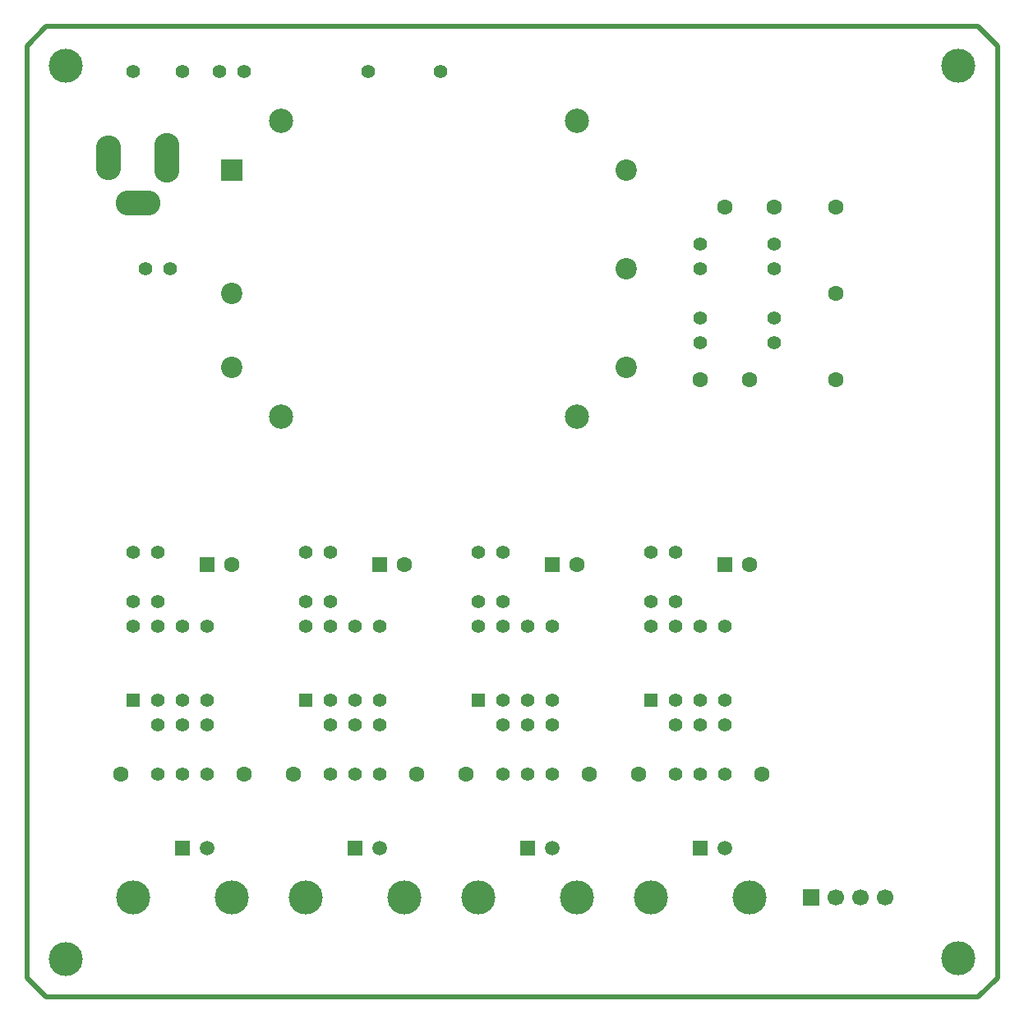
<source format=gbr>
%TF.GenerationSoftware,KiCad,Pcbnew,(5.1.12)-1*%
%TF.CreationDate,2022-11-09T13:12:54+09:00*%
%TF.ProjectId,2213_PHOTO_DIODE_BUFFER_AMP,32323133-5f50-4484-9f54-4f5f44494f44,0*%
%TF.SameCoordinates,Original*%
%TF.FileFunction,Soldermask,Bot*%
%TF.FilePolarity,Negative*%
%FSLAX46Y46*%
G04 Gerber Fmt 4.6, Leading zero omitted, Abs format (unit mm)*
G04 Created by KiCad (PCBNEW (5.1.12)-1) date 2022-11-09 13:12:54*
%MOMM*%
%LPD*%
G01*
G04 APERTURE LIST*
%ADD10C,0.500000*%
%ADD11C,3.500000*%
%ADD12C,1.500000*%
%ADD13R,1.500000X1.500000*%
%ADD14C,1.400000*%
%ADD15O,2.600000X5.100000*%
%ADD16O,2.600000X4.600000*%
%ADD17O,4.600000X2.600000*%
%ADD18C,1.600000*%
%ADD19R,1.600000X1.600000*%
%ADD20R,1.400000X1.400000*%
%ADD21R,2.200000X2.200000*%
%ADD22C,2.200000*%
%ADD23C,2.500000*%
%ADD24R,1.700000X1.700000*%
%ADD25C,1.700000*%
G04 APERTURE END LIST*
D10*
X148000000Y-50000000D02*
X52000000Y-50000000D01*
X150000000Y-52000000D02*
X148000000Y-50000000D01*
X150000000Y-148000000D02*
X150000000Y-52000000D01*
X148000000Y-150000000D02*
X150000000Y-148000000D01*
X52000000Y-150000000D02*
X148000000Y-150000000D01*
X50000000Y-148000000D02*
X52000000Y-150000000D01*
X50000000Y-52000000D02*
X50000000Y-148000000D01*
X52000000Y-50000000D02*
X50000000Y-52000000D01*
D11*
%TO.C,CN10*%
X124480000Y-139720000D03*
X114280000Y-139720000D03*
D12*
X121880000Y-134620000D03*
D13*
X119380000Y-134620000D03*
%TD*%
D11*
%TO.C,CN9*%
X106700000Y-139720000D03*
X96500000Y-139720000D03*
D12*
X104100000Y-134620000D03*
D13*
X101600000Y-134620000D03*
%TD*%
D11*
%TO.C,CN8*%
X88920000Y-139720000D03*
X78720000Y-139720000D03*
D12*
X86320000Y-134620000D03*
D13*
X83820000Y-134620000D03*
%TD*%
D11*
%TO.C,CN7*%
X71140000Y-139720000D03*
X60940000Y-139720000D03*
D12*
X68540000Y-134620000D03*
D13*
X66040000Y-134620000D03*
%TD*%
D11*
%TO.C,REF\u002A\u002A*%
X54000000Y-54000000D03*
%TD*%
%TO.C,REF\u002A\u002A*%
X54000000Y-146050000D03*
%TD*%
%TO.C,REF\u002A\u002A*%
X146000000Y-146000000D03*
%TD*%
%TO.C,REF\u002A\u002A*%
X146000000Y-54000000D03*
%TD*%
D14*
%TO.C,C1*%
X64750000Y-74930000D03*
X62250000Y-74930000D03*
%TD*%
%TO.C,C2*%
X92650000Y-54610000D03*
X85150000Y-54610000D03*
%TD*%
%TO.C,C3*%
X119380000Y-74930000D03*
X119380000Y-72390000D03*
%TD*%
%TO.C,C4*%
X119380000Y-80010000D03*
X119380000Y-82550000D03*
%TD*%
%TO.C,C5*%
X127000000Y-72390000D03*
X127000000Y-74930000D03*
%TD*%
%TO.C,C6*%
X127000000Y-82550000D03*
X127000000Y-80010000D03*
%TD*%
%TO.C,C15*%
X60960000Y-104140000D03*
X60960000Y-109220000D03*
%TD*%
%TO.C,C16*%
X78740000Y-109220000D03*
X78740000Y-104140000D03*
%TD*%
%TO.C,C17*%
X96520000Y-104140000D03*
X96520000Y-109220000D03*
%TD*%
%TO.C,C18*%
X114300000Y-109220000D03*
X114300000Y-104140000D03*
%TD*%
D15*
%TO.C,CN1*%
X64420000Y-63500000D03*
D16*
X58420000Y-63500000D03*
D17*
X61420000Y-68200000D03*
%TD*%
D18*
%TO.C,CN2*%
X71080000Y-105410000D03*
D19*
X68580000Y-105410000D03*
%TD*%
%TO.C,CN3*%
X86380000Y-105410000D03*
D18*
X88880000Y-105410000D03*
%TD*%
D19*
%TO.C,CN4*%
X104160000Y-105410000D03*
D18*
X106660000Y-105410000D03*
%TD*%
%TO.C,CN5*%
X124440000Y-105410000D03*
D19*
X121940000Y-105410000D03*
%TD*%
D14*
%TO.C,IC1*%
X60960000Y-111760000D03*
X68580000Y-119380000D03*
X63500000Y-111760000D03*
X66040000Y-119380000D03*
X66040000Y-111760000D03*
X63500000Y-119380000D03*
X68580000Y-111760000D03*
D20*
X60960000Y-119380000D03*
%TD*%
%TO.C,IC2*%
X78740000Y-119380000D03*
D14*
X86360000Y-111760000D03*
X81280000Y-119380000D03*
X83820000Y-111760000D03*
X83820000Y-119380000D03*
X81280000Y-111760000D03*
X86360000Y-119380000D03*
X78740000Y-111760000D03*
%TD*%
D20*
%TO.C,IC3*%
X96520000Y-119380000D03*
D14*
X104140000Y-111760000D03*
X99060000Y-119380000D03*
X101600000Y-111760000D03*
X101600000Y-119380000D03*
X99060000Y-111760000D03*
X104140000Y-119380000D03*
X96520000Y-111760000D03*
%TD*%
%TO.C,IC4*%
X114300000Y-111760000D03*
X121920000Y-119380000D03*
X116840000Y-111760000D03*
X119380000Y-119380000D03*
X119380000Y-111760000D03*
X116840000Y-119380000D03*
X121920000Y-111760000D03*
D20*
X114300000Y-119380000D03*
%TD*%
D18*
%TO.C,L1*%
X127000000Y-68580000D03*
X121920000Y-68580000D03*
%TD*%
%TO.C,L2*%
X124460000Y-86360000D03*
X119380000Y-86360000D03*
%TD*%
%TO.C,TP1*%
X133350000Y-68580000D03*
%TD*%
%TO.C,TP2*%
X133350000Y-86360000D03*
%TD*%
%TO.C,TP3*%
X59690000Y-127000000D03*
%TD*%
%TO.C,TP4*%
X77470000Y-127000000D03*
%TD*%
%TO.C,TP5*%
X95250000Y-127000000D03*
%TD*%
%TO.C,TP6*%
X113030000Y-127000000D03*
%TD*%
%TO.C,TP7*%
X72390000Y-127000000D03*
%TD*%
%TO.C,TP8*%
X90170000Y-127000000D03*
%TD*%
%TO.C,TP9*%
X107950000Y-127000000D03*
%TD*%
%TO.C,TP10*%
X125730000Y-127000000D03*
%TD*%
%TO.C,TP11*%
X133350000Y-77470000D03*
%TD*%
D21*
%TO.C,U1*%
X71120000Y-64770000D03*
D22*
X71120000Y-77470000D03*
X71120000Y-85090000D03*
X111760000Y-64770000D03*
X111760000Y-74930000D03*
X111760000Y-85090000D03*
D23*
X76200000Y-59690000D03*
X76200000Y-90170000D03*
X106680000Y-59690000D03*
X106680000Y-90170000D03*
%TD*%
D24*
%TO.C,CN6*%
X130810000Y-139700000D03*
D25*
X133350000Y-139700000D03*
X135890000Y-139700000D03*
X138430000Y-139700000D03*
%TD*%
D14*
%TO.C,C7*%
X63500000Y-109220000D03*
X63500000Y-104140000D03*
%TD*%
%TO.C,C8*%
X68580000Y-127000000D03*
X68580000Y-121920000D03*
%TD*%
%TO.C,C9*%
X81280000Y-104140000D03*
X81280000Y-109220000D03*
%TD*%
%TO.C,C10*%
X86360000Y-121920000D03*
X86360000Y-127000000D03*
%TD*%
%TO.C,C11*%
X99060000Y-104140000D03*
X99060000Y-109220000D03*
%TD*%
%TO.C,C12*%
X104140000Y-121920000D03*
X104140000Y-127000000D03*
%TD*%
%TO.C,C13*%
X116840000Y-109220000D03*
X116840000Y-104140000D03*
%TD*%
%TO.C,C14*%
X121920000Y-127000000D03*
X121920000Y-121920000D03*
%TD*%
%TO.C,R1*%
X66040000Y-127000000D03*
X66040000Y-121920000D03*
%TD*%
%TO.C,R2*%
X83820000Y-121920000D03*
X83820000Y-127000000D03*
%TD*%
%TO.C,R3*%
X101600000Y-121920000D03*
X101600000Y-127000000D03*
%TD*%
%TO.C,R4*%
X119380000Y-127000000D03*
X119380000Y-121920000D03*
%TD*%
%TO.C,R5*%
X63500000Y-121920000D03*
X63500000Y-127000000D03*
%TD*%
%TO.C,R6*%
X81280000Y-127000000D03*
X81280000Y-121920000D03*
%TD*%
%TO.C,R7*%
X99060000Y-127000000D03*
X99060000Y-121920000D03*
%TD*%
%TO.C,R8*%
X116840000Y-121920000D03*
X116840000Y-127000000D03*
%TD*%
%TO.C,LED1*%
X69850000Y-54610000D03*
X72390000Y-54610000D03*
%TD*%
%TO.C,R9*%
X60960000Y-54610000D03*
X66040000Y-54610000D03*
%TD*%
M02*

</source>
